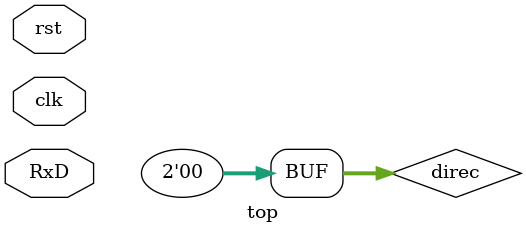
<source format=v>
`timescale 1ns / 1ps


module top(
    input clk,
    input rst,
    input RxD

    );
    
    wire [7:0] datos_rx;
    wire write_en;
    wire [1:0] direc;
    wire [7:0] data_out_0;
    wire [7:0] data_out_1;
    wire [7:0] data_out_2;
    
    assign direc = 2'b00;
    assign write_en = |{datos_rx};
      
    Receptor receptorUART(
        .clk(clk),
        .rst(rst),
        .RxD(RxD),
        .datos_rx(datos_rx)
    );
    
    flipflop memoria(
        .clk(clk),
        .datoRx(datos_rx),
        .write_en(write_en),
        .direc(direc),
        .data_out_0(data_out_0),
        .data_out_1(data_out_1),
        .data_out_2(data_out_2)
    );
    
endmodule

</source>
